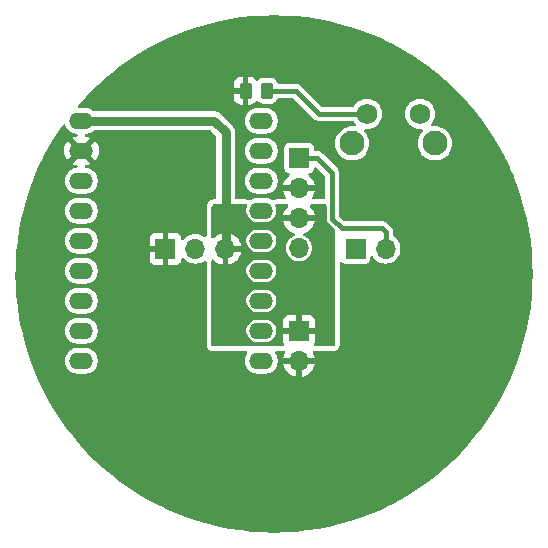
<source format=gtl>
G04 #@! TF.GenerationSoftware,KiCad,Pcbnew,8.0.6*
G04 #@! TF.CreationDate,2024-11-23T11:54:57+01:00*
G04 #@! TF.ProjectId,ChristmasTreeBrain,43687269-7374-46d6-9173-547265654272,rev?*
G04 #@! TF.SameCoordinates,Original*
G04 #@! TF.FileFunction,Copper,L1,Top*
G04 #@! TF.FilePolarity,Positive*
%FSLAX46Y46*%
G04 Gerber Fmt 4.6, Leading zero omitted, Abs format (unit mm)*
G04 Created by KiCad (PCBNEW 8.0.6) date 2024-11-23 11:54:57*
%MOMM*%
%LPD*%
G01*
G04 APERTURE LIST*
G04 Aperture macros list*
%AMRoundRect*
0 Rectangle with rounded corners*
0 $1 Rounding radius*
0 $2 $3 $4 $5 $6 $7 $8 $9 X,Y pos of 4 corners*
0 Add a 4 corners polygon primitive as box body*
4,1,4,$2,$3,$4,$5,$6,$7,$8,$9,$2,$3,0*
0 Add four circle primitives for the rounded corners*
1,1,$1+$1,$2,$3*
1,1,$1+$1,$4,$5*
1,1,$1+$1,$6,$7*
1,1,$1+$1,$8,$9*
0 Add four rect primitives between the rounded corners*
20,1,$1+$1,$2,$3,$4,$5,0*
20,1,$1+$1,$4,$5,$6,$7,0*
20,1,$1+$1,$6,$7,$8,$9,0*
20,1,$1+$1,$8,$9,$2,$3,0*%
G04 Aperture macros list end*
G04 #@! TA.AperFunction,ComponentPad*
%ADD10C,2.100000*%
G04 #@! TD*
G04 #@! TA.AperFunction,ComponentPad*
%ADD11C,1.750000*%
G04 #@! TD*
G04 #@! TA.AperFunction,ComponentPad*
%ADD12O,2.000000X1.400000*%
G04 #@! TD*
G04 #@! TA.AperFunction,SMDPad,CuDef*
%ADD13RoundRect,0.250000X0.262500X0.450000X-0.262500X0.450000X-0.262500X-0.450000X0.262500X-0.450000X0*%
G04 #@! TD*
G04 #@! TA.AperFunction,ComponentPad*
%ADD14R,1.700000X1.700000*%
G04 #@! TD*
G04 #@! TA.AperFunction,ComponentPad*
%ADD15O,1.700000X1.700000*%
G04 #@! TD*
G04 #@! TA.AperFunction,Conductor*
%ADD16C,0.800000*%
G04 #@! TD*
G04 #@! TA.AperFunction,Conductor*
%ADD17C,0.400000*%
G04 #@! TD*
G04 APERTURE END LIST*
D10*
X206680000Y-48150000D03*
X213690000Y-48150000D03*
D11*
X207930000Y-45660000D03*
X212430000Y-45660000D03*
D12*
X183740000Y-46240000D03*
X183740000Y-48780000D03*
X183740000Y-51320000D03*
X183740000Y-53860000D03*
X183740000Y-56400000D03*
X183740000Y-58940000D03*
X183740000Y-61480000D03*
X183740000Y-64020000D03*
X183740000Y-66560000D03*
X198980000Y-66560000D03*
X198980000Y-64020000D03*
X198980000Y-61480000D03*
X198980000Y-58940000D03*
X198980000Y-56400000D03*
X198980000Y-53860000D03*
X198980000Y-51320000D03*
X198980000Y-48780000D03*
X198980000Y-46240000D03*
D13*
X199472500Y-43700000D03*
X197647500Y-43700000D03*
D14*
X202187686Y-49392309D03*
D15*
X202187686Y-51932309D03*
X202187686Y-54472309D03*
X202187686Y-57012309D03*
D14*
X190869995Y-57080000D03*
D15*
X193409995Y-57080000D03*
X195949995Y-57080000D03*
D14*
X202187686Y-64042309D03*
D15*
X202187686Y-66582309D03*
D14*
X206964995Y-57080000D03*
D15*
X209504995Y-57080000D03*
D16*
X195970000Y-47210000D02*
X195970000Y-57059995D01*
X183740000Y-46240000D02*
X195000000Y-46240000D01*
X195000000Y-46240000D02*
X195970000Y-47210000D01*
D17*
X203840000Y-45660000D02*
X207930000Y-45660000D01*
X202255377Y-57080000D02*
X202187686Y-57012309D01*
X205790000Y-55350000D02*
X209230000Y-55350000D01*
X204960000Y-50650000D02*
X204960000Y-54520000D01*
X204960000Y-54520000D02*
X205790000Y-55350000D01*
X209540000Y-55660000D02*
X209540000Y-57044995D01*
X209230000Y-55350000D02*
X209540000Y-55660000D01*
X203702309Y-49392309D02*
X204960000Y-50650000D01*
X202187686Y-49392309D02*
X203702309Y-49392309D01*
X209540000Y-57044995D02*
X209504995Y-57080000D01*
X191530000Y-68760000D02*
X190869995Y-68099995D01*
X202187686Y-66582309D02*
X202187686Y-68362314D01*
X190869995Y-68099995D02*
X190869995Y-57080000D01*
X201790000Y-68760000D02*
X191530000Y-68760000D01*
X202187686Y-68362314D02*
X201790000Y-68760000D01*
X202169995Y-54490000D02*
X202187686Y-54472309D01*
X201880000Y-43700000D02*
X203840000Y-45660000D01*
X199472500Y-43700000D02*
X201880000Y-43700000D01*
G04 #@! TA.AperFunction,Conductor*
G36*
X200991841Y-37330176D02*
G01*
X200997016Y-37330396D01*
X201919607Y-37389227D01*
X201924824Y-37389671D01*
X202844029Y-37487599D01*
X202849184Y-37488258D01*
X203763470Y-37625120D01*
X203768595Y-37625999D01*
X204676224Y-37801536D01*
X204681292Y-37802628D01*
X205580658Y-38016528D01*
X205585685Y-38017837D01*
X206475182Y-38269721D01*
X206480157Y-38271246D01*
X207358090Y-38560629D01*
X207363025Y-38562372D01*
X208227952Y-38888781D01*
X208232764Y-38890715D01*
X209083025Y-39253525D01*
X209087775Y-39255672D01*
X209921858Y-39654233D01*
X209926558Y-39656603D01*
X210742951Y-40090193D01*
X210747546Y-40092760D01*
X211109185Y-40304978D01*
X211544804Y-40560610D01*
X211549261Y-40563354D01*
X212171692Y-40965065D01*
X212325963Y-41064630D01*
X212330324Y-41067578D01*
X213085020Y-41601345D01*
X213089252Y-41604475D01*
X213820616Y-42169792D01*
X213824711Y-42173099D01*
X214531428Y-42768951D01*
X214535380Y-42772429D01*
X215216188Y-43397754D01*
X215219988Y-43401396D01*
X215873603Y-44055011D01*
X215877245Y-44058811D01*
X216502570Y-44739619D01*
X216506048Y-44743571D01*
X217101900Y-45450288D01*
X217105207Y-45454383D01*
X217670524Y-46185747D01*
X217673654Y-46189979D01*
X218207421Y-46944675D01*
X218210369Y-46949036D01*
X218711637Y-47725725D01*
X218714397Y-47730208D01*
X219182239Y-48527453D01*
X219184806Y-48532048D01*
X219618396Y-49348441D01*
X219620766Y-49353141D01*
X219689474Y-49496928D01*
X220017342Y-50183070D01*
X220019312Y-50187191D01*
X220021480Y-50191988D01*
X220067624Y-50300128D01*
X220344968Y-50950097D01*
X220384269Y-51042199D01*
X220386227Y-51047071D01*
X220391974Y-51062299D01*
X220712622Y-51911960D01*
X220714375Y-51916924D01*
X221003744Y-52794813D01*
X221005286Y-52799846D01*
X221257153Y-53689281D01*
X221258478Y-53694374D01*
X221437639Y-54447674D01*
X221472362Y-54593668D01*
X221473471Y-54598814D01*
X221648994Y-55506372D01*
X221649884Y-55511560D01*
X221786736Y-56425782D01*
X221787404Y-56431003D01*
X221885326Y-57350161D01*
X221885773Y-57355406D01*
X221944601Y-58277941D01*
X221944824Y-58283200D01*
X221964444Y-59207368D01*
X221964444Y-59212632D01*
X221944824Y-60136799D01*
X221944601Y-60142058D01*
X221885773Y-61064593D01*
X221885326Y-61069838D01*
X221787404Y-61988996D01*
X221786736Y-61994217D01*
X221649884Y-62908439D01*
X221648994Y-62913627D01*
X221473471Y-63821185D01*
X221472362Y-63826331D01*
X221258479Y-64725624D01*
X221257153Y-64730718D01*
X221005286Y-65620153D01*
X221003744Y-65625186D01*
X220714375Y-66503075D01*
X220712622Y-66508039D01*
X220386232Y-67372916D01*
X220384269Y-67377800D01*
X220021480Y-68228011D01*
X220019312Y-68232808D01*
X219620766Y-69066858D01*
X219618396Y-69071558D01*
X219184806Y-69887951D01*
X219182239Y-69892546D01*
X218714397Y-70689791D01*
X218711637Y-70694274D01*
X218210369Y-71470963D01*
X218207421Y-71475324D01*
X217673654Y-72230020D01*
X217670524Y-72234252D01*
X217105207Y-72965616D01*
X217101900Y-72969711D01*
X216506048Y-73676428D01*
X216502570Y-73680380D01*
X215877245Y-74361188D01*
X215873603Y-74364988D01*
X215219988Y-75018603D01*
X215216188Y-75022245D01*
X214535380Y-75647570D01*
X214531428Y-75651048D01*
X213824711Y-76246900D01*
X213820616Y-76250207D01*
X213089252Y-76815524D01*
X213085020Y-76818654D01*
X212330324Y-77352421D01*
X212325963Y-77355369D01*
X211549274Y-77856637D01*
X211544791Y-77859397D01*
X210747546Y-78327239D01*
X210742951Y-78329806D01*
X209926558Y-78763396D01*
X209921858Y-78765766D01*
X209087808Y-79164312D01*
X209083011Y-79166480D01*
X208232800Y-79529269D01*
X208227916Y-79531232D01*
X207363039Y-79857622D01*
X207358075Y-79859375D01*
X206480186Y-80148744D01*
X206475153Y-80150286D01*
X205585718Y-80402153D01*
X205580624Y-80403479D01*
X204681331Y-80617362D01*
X204676185Y-80618471D01*
X203768627Y-80793994D01*
X203763439Y-80794884D01*
X202849217Y-80931736D01*
X202843996Y-80932404D01*
X201924838Y-81030326D01*
X201919593Y-81030773D01*
X200997058Y-81089601D01*
X200991799Y-81089824D01*
X200067632Y-81109444D01*
X200062368Y-81109444D01*
X199138200Y-81089824D01*
X199132941Y-81089601D01*
X198210406Y-81030773D01*
X198205161Y-81030326D01*
X197286003Y-80932404D01*
X197280782Y-80931736D01*
X196366560Y-80794884D01*
X196361372Y-80793994D01*
X195453814Y-80618471D01*
X195448668Y-80617362D01*
X194549375Y-80403479D01*
X194544281Y-80402153D01*
X193654846Y-80150286D01*
X193649813Y-80148744D01*
X192771924Y-79859375D01*
X192766960Y-79857622D01*
X192320157Y-79689006D01*
X191902071Y-79531227D01*
X191897211Y-79529274D01*
X191046988Y-79166480D01*
X191042203Y-79164317D01*
X190625166Y-78965039D01*
X190208141Y-78765766D01*
X190203441Y-78763396D01*
X189387048Y-78329806D01*
X189382453Y-78327239D01*
X188585208Y-77859397D01*
X188580725Y-77856637D01*
X187804036Y-77355369D01*
X187799675Y-77352421D01*
X187044979Y-76818654D01*
X187040747Y-76815524D01*
X186309383Y-76250207D01*
X186305288Y-76246900D01*
X185598571Y-75651048D01*
X185594619Y-75647570D01*
X184913811Y-75022245D01*
X184910011Y-75018603D01*
X184256396Y-74364988D01*
X184252754Y-74361188D01*
X183627429Y-73680380D01*
X183623951Y-73676428D01*
X183028099Y-72969711D01*
X183024792Y-72965616D01*
X182459475Y-72234252D01*
X182456345Y-72230020D01*
X181922578Y-71475324D01*
X181919630Y-71470963D01*
X181418362Y-70694274D01*
X181415602Y-70689791D01*
X180947760Y-69892546D01*
X180945193Y-69887951D01*
X180511603Y-69071558D01*
X180509233Y-69066858D01*
X180251034Y-68526516D01*
X180110672Y-68232775D01*
X180108519Y-68228011D01*
X179745715Y-67377764D01*
X179743781Y-67372952D01*
X179417372Y-66508025D01*
X179415624Y-66503075D01*
X179405839Y-66473389D01*
X182339500Y-66473389D01*
X182339500Y-66646611D01*
X182347677Y-66698239D01*
X182359882Y-66775302D01*
X182366598Y-66817701D01*
X182420127Y-66982445D01*
X182498768Y-67136788D01*
X182600586Y-67276928D01*
X182723072Y-67399414D01*
X182863212Y-67501232D01*
X183017555Y-67579873D01*
X183182299Y-67633402D01*
X183353389Y-67660500D01*
X183353390Y-67660500D01*
X184126610Y-67660500D01*
X184126611Y-67660500D01*
X184297701Y-67633402D01*
X184462445Y-67579873D01*
X184616788Y-67501232D01*
X184756928Y-67399414D01*
X184879414Y-67276928D01*
X184981232Y-67136788D01*
X185059873Y-66982445D01*
X185113402Y-66817701D01*
X185140500Y-66646611D01*
X185140500Y-66473389D01*
X185113402Y-66302299D01*
X185059873Y-66137555D01*
X184981232Y-65983212D01*
X184879414Y-65843072D01*
X184756928Y-65720586D01*
X184616788Y-65618768D01*
X184462445Y-65540127D01*
X184297701Y-65486598D01*
X184297699Y-65486597D01*
X184297698Y-65486597D01*
X184166271Y-65465781D01*
X184126611Y-65459500D01*
X183353389Y-65459500D01*
X183313728Y-65465781D01*
X183182302Y-65486597D01*
X183182299Y-65486598D01*
X183070085Y-65523059D01*
X183017552Y-65540128D01*
X182863211Y-65618768D01*
X182784249Y-65676138D01*
X182723072Y-65720586D01*
X182723070Y-65720588D01*
X182723069Y-65720588D01*
X182600588Y-65843069D01*
X182600588Y-65843070D01*
X182600586Y-65843072D01*
X182575829Y-65877147D01*
X182498768Y-65983211D01*
X182420128Y-66137552D01*
X182366597Y-66302302D01*
X182352816Y-66389316D01*
X182339500Y-66473389D01*
X179405839Y-66473389D01*
X179378127Y-66389316D01*
X179126246Y-65625157D01*
X179124721Y-65620182D01*
X178872837Y-64730685D01*
X178871528Y-64725658D01*
X178683099Y-63933389D01*
X182339500Y-63933389D01*
X182339500Y-64106611D01*
X182366598Y-64277701D01*
X182420127Y-64442445D01*
X182498768Y-64596788D01*
X182600586Y-64736928D01*
X182723072Y-64859414D01*
X182863212Y-64961232D01*
X183017555Y-65039873D01*
X183182299Y-65093402D01*
X183353389Y-65120500D01*
X183353390Y-65120500D01*
X184126610Y-65120500D01*
X184126611Y-65120500D01*
X184297701Y-65093402D01*
X184462445Y-65039873D01*
X184616788Y-64961232D01*
X184756928Y-64859414D01*
X184879414Y-64736928D01*
X184981232Y-64596788D01*
X185059873Y-64442445D01*
X185113402Y-64277701D01*
X185140500Y-64106611D01*
X185140500Y-63933389D01*
X185113402Y-63762299D01*
X185059873Y-63597555D01*
X184981232Y-63443212D01*
X184879414Y-63303072D01*
X184756928Y-63180586D01*
X184616788Y-63078768D01*
X184462445Y-63000127D01*
X184297701Y-62946598D01*
X184297699Y-62946597D01*
X184297698Y-62946597D01*
X184166271Y-62925781D01*
X184126611Y-62919500D01*
X183353389Y-62919500D01*
X183313728Y-62925781D01*
X183182302Y-62946597D01*
X183017552Y-63000128D01*
X182863211Y-63078768D01*
X182783256Y-63136859D01*
X182723072Y-63180586D01*
X182723070Y-63180588D01*
X182723069Y-63180588D01*
X182600588Y-63303069D01*
X182600588Y-63303070D01*
X182600586Y-63303072D01*
X182556859Y-63363256D01*
X182498768Y-63443211D01*
X182420128Y-63597552D01*
X182366597Y-63762302D01*
X182356456Y-63826331D01*
X182339500Y-63933389D01*
X178683099Y-63933389D01*
X178657628Y-63826292D01*
X178656536Y-63821224D01*
X178480999Y-62913595D01*
X178480120Y-62908470D01*
X178343258Y-61994184D01*
X178342599Y-61989029D01*
X178279142Y-61393389D01*
X182339500Y-61393389D01*
X182339500Y-61566611D01*
X182366598Y-61737701D01*
X182420127Y-61902445D01*
X182498768Y-62056788D01*
X182600586Y-62196928D01*
X182723072Y-62319414D01*
X182863212Y-62421232D01*
X183017555Y-62499873D01*
X183182299Y-62553402D01*
X183353389Y-62580500D01*
X183353390Y-62580500D01*
X184126610Y-62580500D01*
X184126611Y-62580500D01*
X184297701Y-62553402D01*
X184462445Y-62499873D01*
X184616788Y-62421232D01*
X184756928Y-62319414D01*
X184879414Y-62196928D01*
X184981232Y-62056788D01*
X185059873Y-61902445D01*
X185113402Y-61737701D01*
X185140500Y-61566611D01*
X185140500Y-61393389D01*
X185113402Y-61222299D01*
X185059873Y-61057555D01*
X184981232Y-60903212D01*
X184879414Y-60763072D01*
X184756928Y-60640586D01*
X184616788Y-60538768D01*
X184462445Y-60460127D01*
X184297701Y-60406598D01*
X184297699Y-60406597D01*
X184297698Y-60406597D01*
X184166271Y-60385781D01*
X184126611Y-60379500D01*
X183353389Y-60379500D01*
X183313728Y-60385781D01*
X183182302Y-60406597D01*
X183017552Y-60460128D01*
X182863211Y-60538768D01*
X182783256Y-60596859D01*
X182723072Y-60640586D01*
X182723070Y-60640588D01*
X182723069Y-60640588D01*
X182600588Y-60763069D01*
X182600588Y-60763070D01*
X182600586Y-60763072D01*
X182556859Y-60823256D01*
X182498768Y-60903211D01*
X182420128Y-61057552D01*
X182366597Y-61222302D01*
X182339500Y-61393389D01*
X178279142Y-61393389D01*
X178244671Y-61069824D01*
X178244226Y-61064593D01*
X178185396Y-60142016D01*
X178185176Y-60136841D01*
X178165555Y-59212590D01*
X178165555Y-59207409D01*
X178173070Y-58853389D01*
X182339500Y-58853389D01*
X182339500Y-59026611D01*
X182366598Y-59197701D01*
X182420127Y-59362445D01*
X182498768Y-59516788D01*
X182600586Y-59656928D01*
X182723072Y-59779414D01*
X182863212Y-59881232D01*
X183017555Y-59959873D01*
X183182299Y-60013402D01*
X183353389Y-60040500D01*
X183353390Y-60040500D01*
X184126610Y-60040500D01*
X184126611Y-60040500D01*
X184297701Y-60013402D01*
X184462445Y-59959873D01*
X184616788Y-59881232D01*
X184756928Y-59779414D01*
X184879414Y-59656928D01*
X184981232Y-59516788D01*
X185059873Y-59362445D01*
X185113402Y-59197701D01*
X185140500Y-59026611D01*
X185140500Y-58853389D01*
X185113402Y-58682299D01*
X185059873Y-58517555D01*
X184981232Y-58363212D01*
X184879414Y-58223072D01*
X184756928Y-58100586D01*
X184616788Y-57998768D01*
X184462445Y-57920127D01*
X184297701Y-57866598D01*
X184297699Y-57866597D01*
X184297698Y-57866597D01*
X184166271Y-57845781D01*
X184126611Y-57839500D01*
X183353389Y-57839500D01*
X183313728Y-57845781D01*
X183182302Y-57866597D01*
X183119887Y-57886877D01*
X183057125Y-57907270D01*
X183017552Y-57920128D01*
X182863211Y-57998768D01*
X182785401Y-58055301D01*
X182723072Y-58100586D01*
X182723070Y-58100588D01*
X182723069Y-58100588D01*
X182600588Y-58223069D01*
X182600588Y-58223070D01*
X182600586Y-58223072D01*
X182560721Y-58277941D01*
X182498768Y-58363211D01*
X182420128Y-58517552D01*
X182366597Y-58682302D01*
X182339500Y-58853389D01*
X178173070Y-58853389D01*
X178185176Y-58283155D01*
X178185396Y-58277985D01*
X178244227Y-57355388D01*
X178244673Y-57350161D01*
X178342599Y-56430965D01*
X178343257Y-56425821D01*
X178360087Y-56313389D01*
X182339500Y-56313389D01*
X182339500Y-56486610D01*
X182365485Y-56650677D01*
X182366598Y-56657701D01*
X182420127Y-56822445D01*
X182498768Y-56976788D01*
X182600586Y-57116928D01*
X182723072Y-57239414D01*
X182863212Y-57341232D01*
X183017555Y-57419873D01*
X183182299Y-57473402D01*
X183353389Y-57500500D01*
X183353390Y-57500500D01*
X184126610Y-57500500D01*
X184126611Y-57500500D01*
X184297701Y-57473402D01*
X184462445Y-57419873D01*
X184616788Y-57341232D01*
X184756928Y-57239414D01*
X184879414Y-57116928D01*
X184981232Y-56976788D01*
X185059873Y-56822445D01*
X185113402Y-56657701D01*
X185140500Y-56486611D01*
X185140500Y-56313389D01*
X185113402Y-56142299D01*
X185059873Y-55977555D01*
X184981232Y-55823212D01*
X184879414Y-55683072D01*
X184756928Y-55560586D01*
X184616788Y-55458768D01*
X184462445Y-55380127D01*
X184297701Y-55326598D01*
X184297699Y-55326597D01*
X184297698Y-55326597D01*
X184166271Y-55305781D01*
X184126611Y-55299500D01*
X183353389Y-55299500D01*
X183313728Y-55305781D01*
X183182302Y-55326597D01*
X183017552Y-55380128D01*
X182863211Y-55458768D01*
X182797691Y-55506372D01*
X182723072Y-55560586D01*
X182723069Y-55560588D01*
X182600588Y-55683069D01*
X182600588Y-55683070D01*
X182600586Y-55683072D01*
X182566491Y-55730000D01*
X182498768Y-55823211D01*
X182420128Y-55977552D01*
X182366597Y-56142302D01*
X182339500Y-56313389D01*
X178360087Y-56313389D01*
X178480121Y-55511521D01*
X178480998Y-55506412D01*
X178656538Y-54598766D01*
X178657626Y-54593717D01*
X178852728Y-53773389D01*
X182339500Y-53773389D01*
X182339500Y-53946611D01*
X182366598Y-54117701D01*
X182420127Y-54282445D01*
X182498768Y-54436788D01*
X182600586Y-54576928D01*
X182723072Y-54699414D01*
X182863212Y-54801232D01*
X183017555Y-54879873D01*
X183182299Y-54933402D01*
X183353389Y-54960500D01*
X183353390Y-54960500D01*
X184126610Y-54960500D01*
X184126611Y-54960500D01*
X184297701Y-54933402D01*
X184462445Y-54879873D01*
X184616788Y-54801232D01*
X184756928Y-54699414D01*
X184879414Y-54576928D01*
X184981232Y-54436788D01*
X185059873Y-54282445D01*
X185113402Y-54117701D01*
X185140500Y-53946611D01*
X185140500Y-53773389D01*
X185113402Y-53602299D01*
X185059873Y-53437555D01*
X184981232Y-53283212D01*
X184879414Y-53143072D01*
X184756928Y-53020586D01*
X184616788Y-52918768D01*
X184462445Y-52840127D01*
X184297701Y-52786598D01*
X184297699Y-52786597D01*
X184297698Y-52786597D01*
X184147781Y-52762853D01*
X184126611Y-52759500D01*
X183353389Y-52759500D01*
X183332219Y-52762853D01*
X183182302Y-52786597D01*
X183017552Y-52840128D01*
X182863211Y-52918768D01*
X182784684Y-52975822D01*
X182723072Y-53020586D01*
X182723070Y-53020588D01*
X182723069Y-53020588D01*
X182600588Y-53143069D01*
X182600588Y-53143070D01*
X182600586Y-53143072D01*
X182581568Y-53169248D01*
X182498768Y-53283211D01*
X182420128Y-53437552D01*
X182366597Y-53602302D01*
X182339500Y-53773389D01*
X178852728Y-53773389D01*
X178871531Y-53694330D01*
X178872834Y-53689325D01*
X179124725Y-52799804D01*
X179126241Y-52794855D01*
X179415634Y-51916894D01*
X179417366Y-51911989D01*
X179743787Y-51047030D01*
X179745708Y-51042252D01*
X180108533Y-50191956D01*
X180110664Y-50187241D01*
X180509246Y-49353114D01*
X180511603Y-49348441D01*
X180945197Y-48532039D01*
X180947760Y-48527453D01*
X180950783Y-48522302D01*
X181415622Y-47730174D01*
X181418340Y-47725759D01*
X181919656Y-46948995D01*
X181922550Y-46944714D01*
X182183573Y-46575651D01*
X182238354Y-46532286D01*
X182307885Y-46525421D01*
X182370091Y-46557237D01*
X182402741Y-46608936D01*
X182420128Y-46662449D01*
X182474334Y-46768834D01*
X182498768Y-46816788D01*
X182600586Y-46956928D01*
X182723072Y-47079414D01*
X182863212Y-47181232D01*
X183017555Y-47259873D01*
X183182299Y-47313402D01*
X183182302Y-47313402D01*
X183182303Y-47313403D01*
X183281615Y-47329132D01*
X183332277Y-47337156D01*
X183395412Y-47367085D01*
X183432344Y-47426396D01*
X183431346Y-47496259D01*
X183392737Y-47554492D01*
X183332279Y-47582102D01*
X183158997Y-47609548D01*
X182980952Y-47667397D01*
X182980952Y-47667398D01*
X183610591Y-48297037D01*
X183547007Y-48314075D01*
X183432993Y-48379901D01*
X183339901Y-48472993D01*
X183274075Y-48587007D01*
X183257037Y-48650590D01*
X182564695Y-47958248D01*
X182524689Y-47998253D01*
X182524685Y-47998258D01*
X182413670Y-48151059D01*
X182327914Y-48319362D01*
X182269548Y-48498997D01*
X182240000Y-48685552D01*
X182240000Y-48874447D01*
X182269548Y-49061002D01*
X182327914Y-49240637D01*
X182413670Y-49408940D01*
X182524685Y-49561741D01*
X182524689Y-49561746D01*
X182564695Y-49601752D01*
X183257037Y-48909409D01*
X183274075Y-48972993D01*
X183339901Y-49087007D01*
X183432993Y-49180099D01*
X183547007Y-49245925D01*
X183610590Y-49262962D01*
X182980951Y-49892601D01*
X183158996Y-49950451D01*
X183332278Y-49977897D01*
X183395413Y-50007826D01*
X183432344Y-50067138D01*
X183431346Y-50137000D01*
X183392736Y-50195233D01*
X183332278Y-50222843D01*
X183182302Y-50246597D01*
X183182299Y-50246598D01*
X183075554Y-50281282D01*
X183017552Y-50300128D01*
X182863211Y-50378768D01*
X182783256Y-50436859D01*
X182723072Y-50480586D01*
X182723070Y-50480588D01*
X182723069Y-50480588D01*
X182600588Y-50603069D01*
X182600588Y-50603070D01*
X182600586Y-50603072D01*
X182582507Y-50627956D01*
X182498768Y-50743211D01*
X182420128Y-50897552D01*
X182366597Y-51062302D01*
X182339500Y-51233389D01*
X182339500Y-51406611D01*
X182366598Y-51577701D01*
X182420127Y-51742445D01*
X182498768Y-51896788D01*
X182600586Y-52036928D01*
X182723072Y-52159414D01*
X182863212Y-52261232D01*
X183017555Y-52339873D01*
X183182299Y-52393402D01*
X183353389Y-52420500D01*
X183353390Y-52420500D01*
X184126610Y-52420500D01*
X184126611Y-52420500D01*
X184297701Y-52393402D01*
X184462445Y-52339873D01*
X184616788Y-52261232D01*
X184756928Y-52159414D01*
X184879414Y-52036928D01*
X184981232Y-51896788D01*
X185059873Y-51742445D01*
X185113402Y-51577701D01*
X185140500Y-51406611D01*
X185140500Y-51233389D01*
X185113402Y-51062299D01*
X185059873Y-50897555D01*
X184981232Y-50743212D01*
X184879414Y-50603072D01*
X184756928Y-50480586D01*
X184616788Y-50378768D01*
X184462445Y-50300127D01*
X184297701Y-50246598D01*
X184297699Y-50246597D01*
X184297697Y-50246597D01*
X184147721Y-50222843D01*
X184084586Y-50192914D01*
X184047655Y-50133602D01*
X184048653Y-50063740D01*
X184087263Y-50005507D01*
X184147721Y-49977897D01*
X184320997Y-49950452D01*
X184320998Y-49950452D01*
X184499047Y-49892601D01*
X183869410Y-49262962D01*
X183932993Y-49245925D01*
X184047007Y-49180099D01*
X184140099Y-49087007D01*
X184205925Y-48972993D01*
X184222962Y-48909409D01*
X184915305Y-49601752D01*
X184955310Y-49561746D01*
X184955314Y-49561741D01*
X185066329Y-49408940D01*
X185152085Y-49240637D01*
X185210451Y-49061002D01*
X185240000Y-48874447D01*
X185240000Y-48685552D01*
X185210451Y-48498997D01*
X185152085Y-48319362D01*
X185066329Y-48151059D01*
X184955314Y-47998258D01*
X184955310Y-47998253D01*
X184915305Y-47958248D01*
X184222962Y-48650590D01*
X184205925Y-48587007D01*
X184140099Y-48472993D01*
X184047007Y-48379901D01*
X183932993Y-48314075D01*
X183869409Y-48297037D01*
X184499046Y-47667398D01*
X184499046Y-47667397D01*
X184321002Y-47609548D01*
X184147720Y-47582102D01*
X184084586Y-47552172D01*
X184047655Y-47492861D01*
X184048653Y-47422998D01*
X184087263Y-47364766D01*
X184147720Y-47337156D01*
X184241306Y-47322334D01*
X184297696Y-47313403D01*
X184297696Y-47313402D01*
X184297701Y-47313402D01*
X184462445Y-47259873D01*
X184616788Y-47181232D01*
X184756928Y-47079414D01*
X184759523Y-47076819D01*
X184820846Y-47043334D01*
X184847204Y-47040500D01*
X194617060Y-47040500D01*
X194684099Y-47060185D01*
X194704741Y-47076819D01*
X195133181Y-47505259D01*
X195166666Y-47566582D01*
X195169500Y-47592940D01*
X195169500Y-52780500D01*
X195149815Y-52847539D01*
X195097011Y-52893294D01*
X195045500Y-52904500D01*
X194951361Y-52904500D01*
X194908003Y-52906824D01*
X194881648Y-52909658D01*
X194850162Y-52914299D01*
X194776419Y-52940611D01*
X194730668Y-52956935D01*
X194730666Y-52956935D01*
X194730663Y-52956937D01*
X194669350Y-52990416D01*
X194669342Y-52990421D01*
X194576956Y-53059580D01*
X194576946Y-53059589D01*
X194499582Y-53136954D01*
X194499553Y-53136985D01*
X194470580Y-53169241D01*
X194470574Y-53169248D01*
X194453951Y-53189877D01*
X194434957Y-53215440D01*
X194380612Y-53330072D01*
X194360926Y-53397114D01*
X194360924Y-53397122D01*
X194344500Y-53511361D01*
X194344500Y-55969566D01*
X194324815Y-56036605D01*
X194272011Y-56082360D01*
X194202853Y-56092304D01*
X194149377Y-56071141D01*
X194037638Y-55992900D01*
X194037634Y-55992898D01*
X193975490Y-55963920D01*
X193839325Y-55900425D01*
X193839321Y-55900424D01*
X193839317Y-55900422D01*
X193627972Y-55843793D01*
X193409997Y-55824723D01*
X193409993Y-55824723D01*
X193264677Y-55837436D01*
X193192018Y-55843793D01*
X193192015Y-55843793D01*
X192980672Y-55900422D01*
X192980663Y-55900426D01*
X192782356Y-55992898D01*
X192782352Y-55992900D01*
X192603116Y-56118402D01*
X192448398Y-56273120D01*
X192445567Y-56277164D01*
X192390988Y-56320786D01*
X192321489Y-56327977D01*
X192259136Y-56296451D01*
X192223725Y-56236220D01*
X192219995Y-56206036D01*
X192219995Y-56182172D01*
X192219994Y-56182155D01*
X192213593Y-56122627D01*
X192213591Y-56122620D01*
X192163349Y-55987913D01*
X192163345Y-55987906D01*
X192077185Y-55872812D01*
X192077182Y-55872809D01*
X191962088Y-55786649D01*
X191962081Y-55786645D01*
X191827374Y-55736403D01*
X191827367Y-55736401D01*
X191767839Y-55730000D01*
X191119995Y-55730000D01*
X191119995Y-56646988D01*
X191062988Y-56614075D01*
X190935821Y-56580000D01*
X190804169Y-56580000D01*
X190677002Y-56614075D01*
X190619995Y-56646988D01*
X190619995Y-55730000D01*
X189972150Y-55730000D01*
X189912622Y-55736401D01*
X189912615Y-55736403D01*
X189777908Y-55786645D01*
X189777901Y-55786649D01*
X189662807Y-55872809D01*
X189662804Y-55872812D01*
X189576644Y-55987906D01*
X189576640Y-55987913D01*
X189526398Y-56122620D01*
X189526396Y-56122627D01*
X189519995Y-56182155D01*
X189519995Y-56830000D01*
X190436983Y-56830000D01*
X190404070Y-56887007D01*
X190369995Y-57014174D01*
X190369995Y-57145826D01*
X190404070Y-57272993D01*
X190436983Y-57330000D01*
X189519995Y-57330000D01*
X189519995Y-57977844D01*
X189526396Y-58037372D01*
X189526398Y-58037379D01*
X189576640Y-58172086D01*
X189576644Y-58172093D01*
X189662804Y-58287187D01*
X189662807Y-58287190D01*
X189777901Y-58373350D01*
X189777908Y-58373354D01*
X189912615Y-58423596D01*
X189912622Y-58423598D01*
X189972150Y-58429999D01*
X189972167Y-58430000D01*
X190619995Y-58430000D01*
X190619995Y-57513012D01*
X190677002Y-57545925D01*
X190804169Y-57580000D01*
X190935821Y-57580000D01*
X191062988Y-57545925D01*
X191119995Y-57513012D01*
X191119995Y-58430000D01*
X191767823Y-58430000D01*
X191767839Y-58429999D01*
X191827367Y-58423598D01*
X191827374Y-58423596D01*
X191962081Y-58373354D01*
X191962088Y-58373350D01*
X192077182Y-58287190D01*
X192077185Y-58287187D01*
X192163345Y-58172093D01*
X192163349Y-58172086D01*
X192213591Y-58037379D01*
X192213593Y-58037372D01*
X192219994Y-57977844D01*
X192219995Y-57977827D01*
X192219995Y-57953961D01*
X192239680Y-57886922D01*
X192292484Y-57841167D01*
X192361642Y-57831223D01*
X192425198Y-57860248D01*
X192445566Y-57882835D01*
X192448397Y-57886877D01*
X192603118Y-58041598D01*
X192782356Y-58167102D01*
X192980665Y-58259575D01*
X193192018Y-58316207D01*
X193374921Y-58332208D01*
X193409993Y-58335277D01*
X193409995Y-58335277D01*
X193409997Y-58335277D01*
X193438249Y-58332805D01*
X193627972Y-58316207D01*
X193839325Y-58259575D01*
X194037634Y-58167102D01*
X194149376Y-58088858D01*
X194215582Y-58066531D01*
X194283349Y-58083541D01*
X194331163Y-58134488D01*
X194344500Y-58190433D01*
X194344500Y-65206008D01*
X194353767Y-65292197D01*
X194364973Y-65343706D01*
X194364974Y-65343710D01*
X194387690Y-65415360D01*
X194387691Y-65415361D01*
X194387691Y-65415362D01*
X194454751Y-65523059D01*
X194500498Y-65575854D01*
X194500502Y-65575857D01*
X194500505Y-65575861D01*
X194578077Y-65645042D01*
X194578078Y-65645042D01*
X194578079Y-65645043D01*
X194692712Y-65699388D01*
X194692714Y-65699388D01*
X194692715Y-65699389D01*
X194759754Y-65719074D01*
X194759758Y-65719074D01*
X194759760Y-65719075D01*
X194770270Y-65720586D01*
X194874000Y-65735500D01*
X197675378Y-65735500D01*
X197742417Y-65755185D01*
X197788172Y-65807989D01*
X197798116Y-65877147D01*
X197775695Y-65932386D01*
X197738770Y-65983207D01*
X197660128Y-66137552D01*
X197606597Y-66302302D01*
X197592816Y-66389316D01*
X197579500Y-66473389D01*
X197579500Y-66646611D01*
X197587677Y-66698239D01*
X197599882Y-66775302D01*
X197606598Y-66817701D01*
X197660127Y-66982445D01*
X197738768Y-67136788D01*
X197840586Y-67276928D01*
X197963072Y-67399414D01*
X198103212Y-67501232D01*
X198257555Y-67579873D01*
X198422299Y-67633402D01*
X198593389Y-67660500D01*
X198593390Y-67660500D01*
X199366610Y-67660500D01*
X199366611Y-67660500D01*
X199537701Y-67633402D01*
X199702445Y-67579873D01*
X199856788Y-67501232D01*
X199996928Y-67399414D01*
X200119414Y-67276928D01*
X200221232Y-67136788D01*
X200299873Y-66982445D01*
X200353402Y-66817701D01*
X200380500Y-66646611D01*
X200380500Y-66473389D01*
X200353402Y-66302299D01*
X200299873Y-66137555D01*
X200221232Y-65983212D01*
X200221230Y-65983209D01*
X200221229Y-65983207D01*
X200184305Y-65932386D01*
X200160824Y-65866580D01*
X200176649Y-65798526D01*
X200226754Y-65749831D01*
X200284622Y-65735500D01*
X200793035Y-65735500D01*
X200793038Y-65735500D01*
X200793046Y-65735499D01*
X200889087Y-65723437D01*
X200958056Y-65734613D01*
X201010035Y-65781304D01*
X201028519Y-65848684D01*
X201014577Y-65898986D01*
X201016374Y-65899824D01*
X200914256Y-66118816D01*
X200914253Y-66118822D01*
X200857050Y-66332308D01*
X200857050Y-66332309D01*
X201754674Y-66332309D01*
X201721761Y-66389316D01*
X201687686Y-66516483D01*
X201687686Y-66648135D01*
X201721761Y-66775302D01*
X201754674Y-66832309D01*
X200857050Y-66832309D01*
X200914253Y-67045795D01*
X200914256Y-67045801D01*
X201014085Y-67259887D01*
X201149580Y-67453391D01*
X201316603Y-67620414D01*
X201510107Y-67755909D01*
X201724193Y-67855738D01*
X201724202Y-67855742D01*
X201937686Y-67912943D01*
X201937686Y-67015321D01*
X201994693Y-67048234D01*
X202121860Y-67082309D01*
X202253512Y-67082309D01*
X202380679Y-67048234D01*
X202437686Y-67015321D01*
X202437686Y-67912942D01*
X202651169Y-67855742D01*
X202651178Y-67855738D01*
X202865264Y-67755909D01*
X203058768Y-67620414D01*
X203225791Y-67453391D01*
X203361286Y-67259887D01*
X203461115Y-67045801D01*
X203461118Y-67045795D01*
X203518322Y-66832309D01*
X202620698Y-66832309D01*
X202653611Y-66775302D01*
X202687686Y-66648135D01*
X202687686Y-66516483D01*
X202653611Y-66389316D01*
X202620698Y-66332309D01*
X203518322Y-66332309D01*
X203518321Y-66332308D01*
X203461118Y-66118822D01*
X203461115Y-66118816D01*
X203358998Y-65899824D01*
X203360542Y-65899103D01*
X203345886Y-65838685D01*
X203368739Y-65772658D01*
X203423661Y-65729469D01*
X203487390Y-65721849D01*
X203582334Y-65735500D01*
X203582337Y-65735500D01*
X205075991Y-65735500D01*
X205076000Y-65735500D01*
X205162199Y-65726232D01*
X205213710Y-65715026D01*
X205285360Y-65692310D01*
X205393057Y-65625250D01*
X205445861Y-65579495D01*
X205515042Y-65501923D01*
X205569389Y-65387285D01*
X205589074Y-65320246D01*
X205605500Y-65206000D01*
X205605500Y-58286260D01*
X205625185Y-58219221D01*
X205677989Y-58173466D01*
X205747147Y-58163522D01*
X205810703Y-58192547D01*
X205817181Y-58198579D01*
X205876647Y-58258045D01*
X205876649Y-58258046D01*
X205876653Y-58258050D01*
X205989689Y-58315645D01*
X205989693Y-58315647D01*
X206083470Y-58330499D01*
X206083476Y-58330500D01*
X207846513Y-58330499D01*
X207940299Y-58315646D01*
X208053337Y-58258050D01*
X208143045Y-58168342D01*
X208200641Y-58055304D01*
X208200641Y-58055302D01*
X208200642Y-58055301D01*
X208215494Y-57961524D01*
X208215495Y-57961519D01*
X208215494Y-57811859D01*
X208235178Y-57744823D01*
X208287982Y-57699068D01*
X208357140Y-57689124D01*
X208420696Y-57718149D01*
X208441068Y-57740738D01*
X208510223Y-57839500D01*
X208543397Y-57886877D01*
X208698118Y-58041598D01*
X208877356Y-58167102D01*
X209075665Y-58259575D01*
X209287018Y-58316207D01*
X209469921Y-58332208D01*
X209504993Y-58335277D01*
X209504995Y-58335277D01*
X209504997Y-58335277D01*
X209533249Y-58332805D01*
X209722972Y-58316207D01*
X209934325Y-58259575D01*
X210132634Y-58167102D01*
X210311872Y-58041598D01*
X210466593Y-57886877D01*
X210592097Y-57707639D01*
X210684570Y-57509330D01*
X210741202Y-57297977D01*
X210760272Y-57080000D01*
X210741202Y-56862023D01*
X210706543Y-56732675D01*
X210684572Y-56650677D01*
X210684571Y-56650676D01*
X210684570Y-56650670D01*
X210592097Y-56452362D01*
X210592095Y-56452359D01*
X210592094Y-56452357D01*
X210466594Y-56273124D01*
X210391951Y-56198481D01*
X210311872Y-56118402D01*
X210311867Y-56118399D01*
X210311864Y-56118396D01*
X210193376Y-56035428D01*
X210149751Y-55980851D01*
X210140500Y-55933854D01*
X210140500Y-55580945D01*
X210140498Y-55580936D01*
X210135046Y-55560586D01*
X210099577Y-55428215D01*
X210025263Y-55299500D01*
X210020520Y-55291284D01*
X209908716Y-55179480D01*
X209908715Y-55179479D01*
X209904385Y-55175149D01*
X209904374Y-55175139D01*
X209717590Y-54988355D01*
X209717588Y-54988352D01*
X209598717Y-54869481D01*
X209598716Y-54869480D01*
X209511904Y-54819360D01*
X209511904Y-54819359D01*
X209511900Y-54819358D01*
X209461785Y-54790423D01*
X209309057Y-54749499D01*
X209150943Y-54749499D01*
X209143347Y-54749499D01*
X209143331Y-54749500D01*
X206090097Y-54749500D01*
X206023058Y-54729815D01*
X206002416Y-54713181D01*
X205596819Y-54307584D01*
X205563334Y-54246261D01*
X205560500Y-54219903D01*
X205560500Y-50739060D01*
X205560501Y-50739047D01*
X205560501Y-50570944D01*
X205560501Y-50570943D01*
X205519577Y-50418216D01*
X205490362Y-50367613D01*
X205440524Y-50281290D01*
X205440518Y-50281282D01*
X204189899Y-49030664D01*
X204189897Y-49030661D01*
X204071026Y-48911790D01*
X204071018Y-48911784D01*
X203951408Y-48842728D01*
X203951405Y-48842727D01*
X203934094Y-48832732D01*
X203781366Y-48791808D01*
X203623252Y-48791808D01*
X203615656Y-48791808D01*
X203615640Y-48791809D01*
X203562185Y-48791809D01*
X203495146Y-48772124D01*
X203449391Y-48719320D01*
X203438185Y-48667809D01*
X203438185Y-48510791D01*
X203436317Y-48498997D01*
X203423332Y-48417005D01*
X203365736Y-48303967D01*
X203365732Y-48303963D01*
X203365731Y-48303961D01*
X203276033Y-48214263D01*
X203276030Y-48214261D01*
X203276028Y-48214259D01*
X203199203Y-48175114D01*
X203162987Y-48156661D01*
X203069210Y-48141809D01*
X201306168Y-48141809D01*
X201225205Y-48154632D01*
X201212382Y-48156663D01*
X201099344Y-48214259D01*
X201099343Y-48214260D01*
X201099338Y-48214263D01*
X201009640Y-48303961D01*
X201009637Y-48303966D01*
X200952038Y-48417007D01*
X200937186Y-48510784D01*
X200937186Y-50273826D01*
X200941352Y-50300127D01*
X200952040Y-50367613D01*
X201009636Y-50480651D01*
X201009638Y-50480653D01*
X201009640Y-50480656D01*
X201099338Y-50570354D01*
X201099340Y-50570355D01*
X201099344Y-50570359D01*
X201212382Y-50627955D01*
X201212383Y-50627955D01*
X201212385Y-50627956D01*
X201304341Y-50642520D01*
X201367476Y-50672449D01*
X201404408Y-50731760D01*
X201403410Y-50801622D01*
X201364801Y-50859855D01*
X201356069Y-50866567D01*
X201316610Y-50894196D01*
X201149577Y-51061229D01*
X201149572Y-51061235D01*
X201014086Y-51254729D01*
X201014085Y-51254731D01*
X200914256Y-51468816D01*
X200914253Y-51468822D01*
X200857050Y-51682308D01*
X200857050Y-51682309D01*
X201754674Y-51682309D01*
X201721761Y-51739316D01*
X201687686Y-51866483D01*
X201687686Y-51998135D01*
X201721761Y-52125302D01*
X201754674Y-52182309D01*
X200857050Y-52182309D01*
X200914253Y-52395795D01*
X200914256Y-52395801D01*
X201014085Y-52609887D01*
X201083749Y-52709376D01*
X201106076Y-52775582D01*
X201089066Y-52843350D01*
X201038118Y-52891163D01*
X200982174Y-52904500D01*
X200266559Y-52904500D01*
X200216030Y-52907662D01*
X200185397Y-52911510D01*
X200185345Y-52911518D01*
X200146895Y-52918242D01*
X200024470Y-52966915D01*
X200023805Y-52965244D01*
X199962546Y-52975822D01*
X199903842Y-52952954D01*
X199856798Y-52918775D01*
X199856789Y-52918769D01*
X199856790Y-52918769D01*
X199856788Y-52918768D01*
X199702445Y-52840127D01*
X199537701Y-52786598D01*
X199537699Y-52786597D01*
X199537698Y-52786597D01*
X199387781Y-52762853D01*
X199366611Y-52759500D01*
X198593389Y-52759500D01*
X198572219Y-52762853D01*
X198422302Y-52786597D01*
X198257552Y-52840128D01*
X198103206Y-52918771D01*
X198054312Y-52954294D01*
X197988506Y-52977773D01*
X197928311Y-52966022D01*
X197874711Y-52940611D01*
X197807671Y-52920926D01*
X197807663Y-52920924D01*
X197693424Y-52904500D01*
X196894500Y-52904500D01*
X196827461Y-52884815D01*
X196781706Y-52832011D01*
X196770500Y-52780500D01*
X196770500Y-51233389D01*
X197579500Y-51233389D01*
X197579500Y-51406611D01*
X197606598Y-51577701D01*
X197660127Y-51742445D01*
X197738768Y-51896788D01*
X197840586Y-52036928D01*
X197963072Y-52159414D01*
X198103212Y-52261232D01*
X198257555Y-52339873D01*
X198422299Y-52393402D01*
X198593389Y-52420500D01*
X198593390Y-52420500D01*
X199366610Y-52420500D01*
X199366611Y-52420500D01*
X199537701Y-52393402D01*
X199702445Y-52339873D01*
X199856788Y-52261232D01*
X199996928Y-52159414D01*
X200119414Y-52036928D01*
X200221232Y-51896788D01*
X200299873Y-51742445D01*
X200353402Y-51577701D01*
X200380500Y-51406611D01*
X200380500Y-51233389D01*
X200353402Y-51062299D01*
X200299873Y-50897555D01*
X200221232Y-50743212D01*
X200119414Y-50603072D01*
X199996928Y-50480586D01*
X199856788Y-50378768D01*
X199702445Y-50300127D01*
X199537701Y-50246598D01*
X199537699Y-50246597D01*
X199537698Y-50246597D01*
X199406271Y-50225781D01*
X199366611Y-50219500D01*
X198593389Y-50219500D01*
X198553728Y-50225781D01*
X198422302Y-50246597D01*
X198422299Y-50246598D01*
X198315554Y-50281282D01*
X198257552Y-50300128D01*
X198103211Y-50378768D01*
X198023256Y-50436859D01*
X197963072Y-50480586D01*
X197963070Y-50480588D01*
X197963069Y-50480588D01*
X197840588Y-50603069D01*
X197840588Y-50603070D01*
X197840586Y-50603072D01*
X197822507Y-50627956D01*
X197738768Y-50743211D01*
X197660128Y-50897552D01*
X197606597Y-51062302D01*
X197579500Y-51233389D01*
X196770500Y-51233389D01*
X196770500Y-48693389D01*
X197579500Y-48693389D01*
X197579500Y-48866611D01*
X197586656Y-48911790D01*
X197604363Y-49023593D01*
X197606598Y-49037701D01*
X197660127Y-49202445D01*
X197738768Y-49356788D01*
X197840586Y-49496928D01*
X197963072Y-49619414D01*
X198103212Y-49721232D01*
X198257555Y-49799873D01*
X198422299Y-49853402D01*
X198593389Y-49880500D01*
X198593390Y-49880500D01*
X199366610Y-49880500D01*
X199366611Y-49880500D01*
X199537701Y-49853402D01*
X199702445Y-49799873D01*
X199856788Y-49721232D01*
X199996928Y-49619414D01*
X200119414Y-49496928D01*
X200221232Y-49356788D01*
X200299873Y-49202445D01*
X200353402Y-49037701D01*
X200380500Y-48866611D01*
X200380500Y-48693389D01*
X200353402Y-48522299D01*
X200299873Y-48357555D01*
X200221232Y-48203212D01*
X200119414Y-48063072D01*
X199996928Y-47940586D01*
X199856788Y-47838768D01*
X199702445Y-47760127D01*
X199537701Y-47706598D01*
X199537699Y-47706597D01*
X199537698Y-47706597D01*
X199406271Y-47685781D01*
X199366611Y-47679500D01*
X198593389Y-47679500D01*
X198553728Y-47685781D01*
X198422302Y-47706597D01*
X198257552Y-47760128D01*
X198103211Y-47838768D01*
X198023256Y-47896859D01*
X197963072Y-47940586D01*
X197963070Y-47940588D01*
X197963069Y-47940588D01*
X197840588Y-48063069D01*
X197840588Y-48063070D01*
X197840586Y-48063072D01*
X197796859Y-48123256D01*
X197738768Y-48203211D01*
X197660128Y-48357552D01*
X197606597Y-48522302D01*
X197590713Y-48622591D01*
X197579500Y-48693389D01*
X196770500Y-48693389D01*
X196770500Y-47131157D01*
X196760207Y-47079415D01*
X196760207Y-47079413D01*
X196739738Y-46976509D01*
X196739737Y-46976503D01*
X196692787Y-46863156D01*
X196679394Y-46830821D01*
X196618085Y-46739066D01*
X196591790Y-46699712D01*
X196550138Y-46658060D01*
X196480289Y-46588211D01*
X196045467Y-46153389D01*
X197579500Y-46153389D01*
X197579500Y-46326610D01*
X197604270Y-46483007D01*
X197606598Y-46497701D01*
X197660127Y-46662445D01*
X197738768Y-46816788D01*
X197840586Y-46956928D01*
X197963072Y-47079414D01*
X198103212Y-47181232D01*
X198257555Y-47259873D01*
X198422299Y-47313402D01*
X198593389Y-47340500D01*
X198593390Y-47340500D01*
X199366610Y-47340500D01*
X199366611Y-47340500D01*
X199537701Y-47313402D01*
X199702445Y-47259873D01*
X199856788Y-47181232D01*
X199996928Y-47079414D01*
X200119414Y-46956928D01*
X200221232Y-46816788D01*
X200299873Y-46662445D01*
X200353402Y-46497701D01*
X200380500Y-46326611D01*
X200380500Y-46153389D01*
X200353402Y-45982299D01*
X200299873Y-45817555D01*
X200221232Y-45663212D01*
X200119414Y-45523072D01*
X199996928Y-45400586D01*
X199856788Y-45298768D01*
X199702447Y-45220128D01*
X199702446Y-45220127D01*
X199702445Y-45220127D01*
X199537701Y-45166598D01*
X199537699Y-45166597D01*
X199537698Y-45166597D01*
X199406271Y-45145781D01*
X199366611Y-45139500D01*
X198593389Y-45139500D01*
X198553728Y-45145781D01*
X198422302Y-45166597D01*
X198257552Y-45220128D01*
X198103211Y-45298768D01*
X198023256Y-45356859D01*
X197963072Y-45400586D01*
X197963070Y-45400588D01*
X197963069Y-45400588D01*
X197840588Y-45523069D01*
X197840588Y-45523070D01*
X197840586Y-45523072D01*
X197796859Y-45583256D01*
X197738768Y-45663211D01*
X197660128Y-45817552D01*
X197606597Y-45982302D01*
X197579500Y-46153389D01*
X196045467Y-46153389D01*
X196032596Y-46140518D01*
X195510292Y-45618213D01*
X195510288Y-45618210D01*
X195379185Y-45530609D01*
X195379172Y-45530602D01*
X195233501Y-45470264D01*
X195233489Y-45470261D01*
X195078845Y-45439500D01*
X195078842Y-45439500D01*
X184847204Y-45439500D01*
X184780165Y-45419815D01*
X184759523Y-45403181D01*
X184756930Y-45400588D01*
X184756928Y-45400586D01*
X184616788Y-45298768D01*
X184462447Y-45220128D01*
X184462446Y-45220127D01*
X184462445Y-45220127D01*
X184297701Y-45166598D01*
X184297699Y-45166597D01*
X184297698Y-45166597D01*
X184166271Y-45145781D01*
X184126611Y-45139500D01*
X183556872Y-45139500D01*
X183489833Y-45119815D01*
X183444078Y-45067011D01*
X183434134Y-44997853D01*
X183462071Y-44935571D01*
X183575954Y-44800499D01*
X183623960Y-44743560D01*
X183627429Y-44739619D01*
X183682945Y-44679178D01*
X184123084Y-44199986D01*
X196635001Y-44199986D01*
X196645494Y-44302697D01*
X196700641Y-44469119D01*
X196700643Y-44469124D01*
X196792684Y-44618345D01*
X196916654Y-44742315D01*
X197065875Y-44834356D01*
X197065880Y-44834358D01*
X197232302Y-44889505D01*
X197232309Y-44889506D01*
X197335019Y-44899999D01*
X197897500Y-44899999D01*
X197959972Y-44899999D01*
X197959986Y-44899998D01*
X198062697Y-44889505D01*
X198229119Y-44834358D01*
X198229124Y-44834356D01*
X198378345Y-44742315D01*
X198502316Y-44618344D01*
X198517679Y-44593436D01*
X198569626Y-44546709D01*
X198638588Y-44535485D01*
X198702671Y-44563326D01*
X198710901Y-44570848D01*
X198808129Y-44668076D01*
X198808133Y-44668079D01*
X198808135Y-44668081D01*
X198949602Y-44751744D01*
X198991224Y-44763836D01*
X199107426Y-44797597D01*
X199107429Y-44797597D01*
X199107431Y-44797598D01*
X199144306Y-44800500D01*
X199144314Y-44800500D01*
X199800686Y-44800500D01*
X199800694Y-44800500D01*
X199837569Y-44797598D01*
X199837571Y-44797597D01*
X199837573Y-44797597D01*
X199879191Y-44785505D01*
X199995398Y-44751744D01*
X200136865Y-44668081D01*
X200253081Y-44551865D01*
X200336744Y-44410398D01*
X200342697Y-44389906D01*
X200380303Y-44331020D01*
X200443775Y-44301813D01*
X200461774Y-44300500D01*
X201579903Y-44300500D01*
X201646942Y-44320185D01*
X201667583Y-44336818D01*
X203471284Y-46140520D01*
X203471286Y-46140521D01*
X203471290Y-46140524D01*
X203556950Y-46189979D01*
X203608216Y-46219577D01*
X203760943Y-46260501D01*
X203760945Y-46260501D01*
X203926654Y-46260501D01*
X203926670Y-46260500D01*
X206728826Y-46260500D01*
X206795865Y-46280185D01*
X206830400Y-46313376D01*
X206949178Y-46483007D01*
X206965174Y-46499003D01*
X206998659Y-46560326D01*
X206993675Y-46630018D01*
X206951803Y-46685951D01*
X206886339Y-46710368D01*
X206857084Y-46708993D01*
X206800192Y-46699500D01*
X206559808Y-46699500D01*
X206512387Y-46707413D01*
X206322699Y-46739066D01*
X206095347Y-46817116D01*
X206095342Y-46817118D01*
X205883930Y-46931529D01*
X205883924Y-46931533D01*
X205694242Y-47079169D01*
X205694239Y-47079172D01*
X205531430Y-47256029D01*
X205531427Y-47256033D01*
X205399951Y-47457270D01*
X205303389Y-47677410D01*
X205244379Y-47910440D01*
X205224529Y-48149994D01*
X205224529Y-48150005D01*
X205244379Y-48389559D01*
X205303389Y-48622589D01*
X205399951Y-48842729D01*
X205485058Y-48972993D01*
X205531429Y-49043969D01*
X205694236Y-49220825D01*
X205694239Y-49220827D01*
X205694242Y-49220830D01*
X205883924Y-49368466D01*
X205883930Y-49368470D01*
X205883933Y-49368472D01*
X206095344Y-49482882D01*
X206095347Y-49482883D01*
X206322699Y-49560933D01*
X206322701Y-49560933D01*
X206322703Y-49560934D01*
X206559808Y-49600500D01*
X206559809Y-49600500D01*
X206800191Y-49600500D01*
X206800192Y-49600500D01*
X207037297Y-49560934D01*
X207264656Y-49482882D01*
X207476067Y-49368472D01*
X207665764Y-49220825D01*
X207828571Y-49043969D01*
X207960049Y-48842728D01*
X208056610Y-48622591D01*
X208115620Y-48389563D01*
X208134919Y-48156661D01*
X208135471Y-48150005D01*
X208135471Y-48149994D01*
X208115620Y-47910440D01*
X208115620Y-47910437D01*
X208056610Y-47677409D01*
X207960049Y-47457272D01*
X207899611Y-47364766D01*
X207866054Y-47313403D01*
X207828571Y-47256031D01*
X207720346Y-47138467D01*
X207689424Y-47075812D01*
X207697284Y-47006386D01*
X207741432Y-46952231D01*
X207807849Y-46930540D01*
X207822372Y-46930955D01*
X207930000Y-46940372D01*
X207930001Y-46940372D01*
X207967055Y-46937130D01*
X208152334Y-46920920D01*
X208367913Y-46863156D01*
X208570186Y-46768835D01*
X208753007Y-46640822D01*
X208910822Y-46483007D01*
X209038835Y-46300186D01*
X209133156Y-46097913D01*
X209190920Y-45882334D01*
X209210372Y-45660000D01*
X209210372Y-45659999D01*
X211149628Y-45659999D01*
X211149628Y-45660000D01*
X211169079Y-45882329D01*
X211169081Y-45882339D01*
X211226841Y-46097905D01*
X211226843Y-46097909D01*
X211226844Y-46097913D01*
X211321165Y-46300186D01*
X211449178Y-46483007D01*
X211606993Y-46640822D01*
X211789814Y-46768835D01*
X211992087Y-46863156D01*
X212207666Y-46920920D01*
X212385533Y-46936481D01*
X212429999Y-46940372D01*
X212430000Y-46940372D01*
X212430001Y-46940372D01*
X212463357Y-46937453D01*
X212548491Y-46930005D01*
X212616991Y-46943771D01*
X212667174Y-46992386D01*
X212683108Y-47060415D01*
X212659733Y-47126259D01*
X212650529Y-47137515D01*
X212541435Y-47256022D01*
X212541427Y-47256033D01*
X212409951Y-47457270D01*
X212313389Y-47677410D01*
X212254379Y-47910440D01*
X212234529Y-48149994D01*
X212234529Y-48150005D01*
X212254379Y-48389559D01*
X212313389Y-48622589D01*
X212409951Y-48842729D01*
X212495058Y-48972993D01*
X212541429Y-49043969D01*
X212704236Y-49220825D01*
X212704239Y-49220827D01*
X212704242Y-49220830D01*
X212893924Y-49368466D01*
X212893930Y-49368470D01*
X212893933Y-49368472D01*
X213105344Y-49482882D01*
X213105347Y-49482883D01*
X213332699Y-49560933D01*
X213332701Y-49560933D01*
X213332703Y-49560934D01*
X213569808Y-49600500D01*
X213569809Y-49600500D01*
X213810191Y-49600500D01*
X213810192Y-49600500D01*
X214047297Y-49560934D01*
X214274656Y-49482882D01*
X214486067Y-49368472D01*
X214675764Y-49220825D01*
X214838571Y-49043969D01*
X214970049Y-48842728D01*
X215066610Y-48622591D01*
X215125620Y-48389563D01*
X215144919Y-48156661D01*
X215145471Y-48150005D01*
X215145471Y-48149994D01*
X215125620Y-47910440D01*
X215125620Y-47910437D01*
X215066610Y-47677409D01*
X214970049Y-47457272D01*
X214909611Y-47364766D01*
X214876054Y-47313403D01*
X214838571Y-47256031D01*
X214675764Y-47079175D01*
X214675759Y-47079171D01*
X214675757Y-47079169D01*
X214486075Y-46931533D01*
X214486069Y-46931529D01*
X214274657Y-46817118D01*
X214274652Y-46817116D01*
X214047300Y-46739066D01*
X213867080Y-46708993D01*
X213810192Y-46699500D01*
X213569808Y-46699500D01*
X213500912Y-46710996D01*
X213431547Y-46702614D01*
X213377725Y-46658060D01*
X213356534Y-46591481D01*
X213374703Y-46524015D01*
X213392820Y-46501008D01*
X213410822Y-46483007D01*
X213538835Y-46300186D01*
X213633156Y-46097913D01*
X213690920Y-45882334D01*
X213710372Y-45660000D01*
X213690920Y-45437666D01*
X213633156Y-45222087D01*
X213538835Y-45019814D01*
X213410822Y-44836993D01*
X213253007Y-44679178D01*
X213070186Y-44551165D01*
X212867913Y-44456844D01*
X212867909Y-44456843D01*
X212867905Y-44456841D01*
X212652339Y-44399081D01*
X212652329Y-44399079D01*
X212430001Y-44379628D01*
X212429999Y-44379628D01*
X212207670Y-44399079D01*
X212207660Y-44399081D01*
X211992094Y-44456841D01*
X211992087Y-44456843D01*
X211992087Y-44456844D01*
X211789814Y-44551165D01*
X211606993Y-44679178D01*
X211606991Y-44679179D01*
X211606988Y-44679182D01*
X211449182Y-44836988D01*
X211449179Y-44836991D01*
X211449178Y-44836993D01*
X211321165Y-45019814D01*
X211227758Y-45220128D01*
X211226845Y-45222085D01*
X211226841Y-45222094D01*
X211169081Y-45437660D01*
X211169079Y-45437670D01*
X211149628Y-45659999D01*
X209210372Y-45659999D01*
X209190920Y-45437666D01*
X209133156Y-45222087D01*
X209038835Y-45019814D01*
X208910822Y-44836993D01*
X208753007Y-44679178D01*
X208570186Y-44551165D01*
X208367913Y-44456844D01*
X208367909Y-44456843D01*
X208367905Y-44456841D01*
X208152339Y-44399081D01*
X208152329Y-44399079D01*
X207930001Y-44379628D01*
X207929999Y-44379628D01*
X207707670Y-44399079D01*
X207707660Y-44399081D01*
X207492094Y-44456841D01*
X207492087Y-44456843D01*
X207492087Y-44456844D01*
X207289814Y-44551165D01*
X207106993Y-44679178D01*
X207106991Y-44679179D01*
X207106988Y-44679182D01*
X206949178Y-44836992D01*
X206830400Y-45006624D01*
X206775823Y-45050249D01*
X206728826Y-45059500D01*
X204140098Y-45059500D01*
X204073059Y-45039815D01*
X204052417Y-45023181D01*
X202367590Y-43338355D01*
X202367588Y-43338352D01*
X202248717Y-43219481D01*
X202248716Y-43219480D01*
X202161904Y-43169360D01*
X202161904Y-43169359D01*
X202161900Y-43169358D01*
X202111785Y-43140423D01*
X201959057Y-43099499D01*
X201800943Y-43099499D01*
X201793347Y-43099499D01*
X201793331Y-43099500D01*
X200461774Y-43099500D01*
X200394735Y-43079815D01*
X200348980Y-43027011D01*
X200342697Y-43010093D01*
X200336744Y-42989603D01*
X200336744Y-42989602D01*
X200253081Y-42848135D01*
X200253079Y-42848133D01*
X200253076Y-42848129D01*
X200136870Y-42731923D01*
X200136862Y-42731917D01*
X199995396Y-42648255D01*
X199995393Y-42648254D01*
X199837573Y-42602402D01*
X199837567Y-42602401D01*
X199800701Y-42599500D01*
X199800694Y-42599500D01*
X199144306Y-42599500D01*
X199144298Y-42599500D01*
X199107432Y-42602401D01*
X199107426Y-42602402D01*
X198949606Y-42648254D01*
X198949603Y-42648255D01*
X198808137Y-42731917D01*
X198808133Y-42731920D01*
X198710901Y-42829152D01*
X198649578Y-42862636D01*
X198579886Y-42857652D01*
X198523953Y-42815780D01*
X198517680Y-42806565D01*
X198502315Y-42781654D01*
X198378345Y-42657684D01*
X198229124Y-42565643D01*
X198229119Y-42565641D01*
X198062697Y-42510494D01*
X198062690Y-42510493D01*
X197959986Y-42500000D01*
X197897500Y-42500000D01*
X197897500Y-44899999D01*
X197335019Y-44899999D01*
X197397499Y-44899998D01*
X197397500Y-44899998D01*
X197397500Y-43950000D01*
X196635001Y-43950000D01*
X196635001Y-44199986D01*
X184123084Y-44199986D01*
X184252754Y-44058811D01*
X184256372Y-44055035D01*
X184910035Y-43401372D01*
X184913811Y-43397754D01*
X185129097Y-43200013D01*
X196635000Y-43200013D01*
X196635000Y-43450000D01*
X197397500Y-43450000D01*
X197397500Y-42500000D01*
X197397499Y-42499999D01*
X197335028Y-42500000D01*
X197335011Y-42500001D01*
X197232302Y-42510494D01*
X197065880Y-42565641D01*
X197065875Y-42565643D01*
X196916654Y-42657684D01*
X196792684Y-42781654D01*
X196700643Y-42930875D01*
X196700641Y-42930880D01*
X196645494Y-43097302D01*
X196645493Y-43097309D01*
X196635000Y-43200013D01*
X185129097Y-43200013D01*
X185238529Y-43099499D01*
X185594626Y-42772422D01*
X185598571Y-42768951D01*
X185642489Y-42731923D01*
X186305288Y-42173099D01*
X186309359Y-42169811D01*
X187040772Y-41604456D01*
X187044954Y-41601363D01*
X187799692Y-41067565D01*
X187804017Y-41064642D01*
X188580759Y-40563340D01*
X188585174Y-40560622D01*
X189382462Y-40092754D01*
X189387048Y-40090193D01*
X190203441Y-39656603D01*
X190208114Y-39654246D01*
X191042241Y-39255664D01*
X191046956Y-39253533D01*
X191897252Y-38890708D01*
X191902030Y-38888787D01*
X192766989Y-38562366D01*
X192771894Y-38560634D01*
X193649855Y-38271241D01*
X193654804Y-38269725D01*
X194544325Y-38017834D01*
X194549330Y-38016531D01*
X195448717Y-37802626D01*
X195453766Y-37801538D01*
X196361412Y-37625998D01*
X196366521Y-37625121D01*
X197280821Y-37488257D01*
X197285965Y-37487599D01*
X198205179Y-37389671D01*
X198210388Y-37389227D01*
X199132985Y-37330396D01*
X199138155Y-37330176D01*
X200062409Y-37310555D01*
X200067591Y-37310555D01*
X200991841Y-37330176D01*
G37*
G04 #@! TD.AperFunction*
G04 #@! TA.AperFunction,Conductor*
G36*
X203643389Y-50183070D02*
G01*
X203649867Y-50189102D01*
X204323181Y-50862416D01*
X204356666Y-50923739D01*
X204359500Y-50950097D01*
X204359500Y-52780500D01*
X204339815Y-52847539D01*
X204287011Y-52893294D01*
X204235500Y-52904500D01*
X203393198Y-52904500D01*
X203326159Y-52884815D01*
X203280404Y-52832011D01*
X203270460Y-52762853D01*
X203291623Y-52709376D01*
X203361286Y-52609887D01*
X203461115Y-52395801D01*
X203461118Y-52395795D01*
X203518322Y-52182309D01*
X202620698Y-52182309D01*
X202653611Y-52125302D01*
X202687686Y-51998135D01*
X202687686Y-51866483D01*
X202653611Y-51739316D01*
X202620698Y-51682309D01*
X203518322Y-51682309D01*
X203518321Y-51682308D01*
X203461118Y-51468822D01*
X203461115Y-51468816D01*
X203361286Y-51254731D01*
X203361285Y-51254729D01*
X203225799Y-51061235D01*
X203225794Y-51061229D01*
X203058766Y-50894201D01*
X203019300Y-50866566D01*
X202975676Y-50811988D01*
X202968484Y-50742490D01*
X203000007Y-50680135D01*
X203060238Y-50644723D01*
X203071007Y-50642522D01*
X203162990Y-50627955D01*
X203276028Y-50570359D01*
X203365736Y-50480651D01*
X203423332Y-50367613D01*
X203423332Y-50367611D01*
X203423333Y-50367610D01*
X203438186Y-50273831D01*
X203438568Y-50268978D01*
X203440434Y-50269124D01*
X203457871Y-50209744D01*
X203510675Y-50163989D01*
X203579833Y-50154045D01*
X203643389Y-50183070D01*
G37*
G04 #@! TD.AperFunction*
G04 #@! TA.AperFunction,Conductor*
G36*
X197760463Y-53329685D02*
G01*
X197806218Y-53382489D01*
X197816162Y-53451647D01*
X197807985Y-53481452D01*
X197766028Y-53582744D01*
X197766025Y-53582756D01*
X197729500Y-53766379D01*
X197729500Y-53953620D01*
X197766025Y-54137243D01*
X197766027Y-54137251D01*
X197837676Y-54310228D01*
X197837681Y-54310237D01*
X197941697Y-54465907D01*
X197941700Y-54465911D01*
X198074088Y-54598299D01*
X198074092Y-54598302D01*
X198229762Y-54702318D01*
X198229768Y-54702321D01*
X198229769Y-54702322D01*
X198402749Y-54773973D01*
X198586379Y-54810499D01*
X198586383Y-54810500D01*
X198586384Y-54810500D01*
X199373617Y-54810500D01*
X199373618Y-54810499D01*
X199557251Y-54773973D01*
X199730231Y-54702322D01*
X199885908Y-54598302D01*
X200018302Y-54465908D01*
X200122322Y-54310231D01*
X200193973Y-54137251D01*
X200230500Y-53953616D01*
X200230500Y-53766384D01*
X200193973Y-53582749D01*
X200168678Y-53521681D01*
X200152015Y-53481452D01*
X200144546Y-53411983D01*
X200175821Y-53349504D01*
X200235910Y-53313852D01*
X200266576Y-53310000D01*
X201141445Y-53310000D01*
X201208484Y-53329685D01*
X201254239Y-53382489D01*
X201264183Y-53451647D01*
X201235158Y-53515203D01*
X201229126Y-53521681D01*
X201149577Y-53601229D01*
X201149572Y-53601235D01*
X201014086Y-53794729D01*
X201014085Y-53794731D01*
X200914256Y-54008816D01*
X200914253Y-54008822D01*
X200857050Y-54222308D01*
X200857050Y-54222309D01*
X201754674Y-54222309D01*
X201721761Y-54279316D01*
X201687686Y-54406483D01*
X201687686Y-54538135D01*
X201721761Y-54665302D01*
X201754674Y-54722309D01*
X200857050Y-54722309D01*
X200914253Y-54935795D01*
X200914256Y-54935801D01*
X201014085Y-55149887D01*
X201149580Y-55343391D01*
X201316603Y-55510414D01*
X201510107Y-55645909D01*
X201724193Y-55745738D01*
X201724202Y-55745742D01*
X201763269Y-55756210D01*
X201822930Y-55792575D01*
X201853459Y-55855422D01*
X201845165Y-55924797D01*
X201800679Y-55978675D01*
X201775970Y-55991611D01*
X201695059Y-56022956D01*
X201695043Y-56022964D01*
X201521646Y-56130326D01*
X201521644Y-56130328D01*
X201370923Y-56267727D01*
X201248013Y-56430487D01*
X201157108Y-56613048D01*
X201157103Y-56613061D01*
X201101288Y-56809226D01*
X201082471Y-57012308D01*
X201082471Y-57012309D01*
X201101288Y-57215391D01*
X201157103Y-57411556D01*
X201157108Y-57411569D01*
X201248013Y-57594130D01*
X201370923Y-57756890D01*
X201521644Y-57894289D01*
X201521646Y-57894291D01*
X201613367Y-57951082D01*
X201695049Y-58001657D01*
X201885230Y-58075333D01*
X202085710Y-58112809D01*
X202085712Y-58112809D01*
X202289660Y-58112809D01*
X202289662Y-58112809D01*
X202490142Y-58075333D01*
X202680323Y-58001657D01*
X202853727Y-57894290D01*
X203004450Y-57756888D01*
X203127359Y-57594130D01*
X203218268Y-57411559D01*
X203274083Y-57215392D01*
X203292901Y-57012309D01*
X203274083Y-56809226D01*
X203218268Y-56613059D01*
X203127359Y-56430488D01*
X203033640Y-56306384D01*
X203004448Y-56267727D01*
X202853727Y-56130328D01*
X202853725Y-56130326D01*
X202680328Y-56022964D01*
X202680321Y-56022960D01*
X202599401Y-55991612D01*
X202543999Y-55949039D01*
X202520409Y-55883272D01*
X202536120Y-55815192D01*
X202586144Y-55766413D01*
X202612103Y-55756210D01*
X202651167Y-55745743D01*
X202651178Y-55745738D01*
X202865264Y-55645909D01*
X203058768Y-55510414D01*
X203225791Y-55343391D01*
X203361286Y-55149887D01*
X203461115Y-54935801D01*
X203461118Y-54935795D01*
X203518322Y-54722309D01*
X202620698Y-54722309D01*
X202653611Y-54665302D01*
X202687686Y-54538135D01*
X202687686Y-54406483D01*
X202653611Y-54279316D01*
X202620698Y-54222309D01*
X203518322Y-54222309D01*
X203518321Y-54222308D01*
X203461118Y-54008822D01*
X203461115Y-54008816D01*
X203361286Y-53794731D01*
X203361285Y-53794729D01*
X203225799Y-53601235D01*
X203225794Y-53601229D01*
X203146246Y-53521681D01*
X203112761Y-53460358D01*
X203117745Y-53390666D01*
X203159617Y-53334733D01*
X203225081Y-53310316D01*
X203233927Y-53310000D01*
X204385500Y-53310000D01*
X204452539Y-53329685D01*
X204498294Y-53382489D01*
X204509500Y-53434000D01*
X204509500Y-54579311D01*
X204517857Y-54610497D01*
X204517857Y-54610500D01*
X204517858Y-54610500D01*
X204540201Y-54693887D01*
X204599511Y-54796614D01*
X204599513Y-54796616D01*
X205163681Y-55360784D01*
X205197166Y-55422107D01*
X205200000Y-55448465D01*
X205200000Y-65206000D01*
X205180315Y-65273039D01*
X205127511Y-65318794D01*
X205076000Y-65330000D01*
X203582334Y-65330000D01*
X203515295Y-65310315D01*
X203469540Y-65257511D01*
X203459596Y-65188353D01*
X203478364Y-65143041D01*
X203476789Y-65142181D01*
X203481040Y-65134395D01*
X203531282Y-64999688D01*
X203531284Y-64999681D01*
X203537685Y-64940153D01*
X203537686Y-64940136D01*
X203537686Y-64292309D01*
X202620698Y-64292309D01*
X202653611Y-64235302D01*
X202687686Y-64108135D01*
X202687686Y-63976483D01*
X202653611Y-63849316D01*
X202620698Y-63792309D01*
X203537686Y-63792309D01*
X203537686Y-63144481D01*
X203537685Y-63144464D01*
X203531284Y-63084936D01*
X203531282Y-63084929D01*
X203481040Y-62950222D01*
X203481036Y-62950215D01*
X203394876Y-62835121D01*
X203394873Y-62835118D01*
X203279779Y-62748958D01*
X203279772Y-62748954D01*
X203145065Y-62698712D01*
X203145058Y-62698710D01*
X203085530Y-62692309D01*
X202437686Y-62692309D01*
X202437686Y-63609297D01*
X202380679Y-63576384D01*
X202253512Y-63542309D01*
X202121860Y-63542309D01*
X201994693Y-63576384D01*
X201937686Y-63609297D01*
X201937686Y-62692309D01*
X201289841Y-62692309D01*
X201230313Y-62698710D01*
X201230306Y-62698712D01*
X201095599Y-62748954D01*
X201095592Y-62748958D01*
X200980498Y-62835118D01*
X200980495Y-62835121D01*
X200894335Y-62950215D01*
X200894331Y-62950222D01*
X200844089Y-63084929D01*
X200844087Y-63084936D01*
X200837686Y-63144464D01*
X200837686Y-63792309D01*
X201754674Y-63792309D01*
X201721761Y-63849316D01*
X201687686Y-63976483D01*
X201687686Y-64108135D01*
X201721761Y-64235302D01*
X201754674Y-64292309D01*
X200837686Y-64292309D01*
X200837686Y-64940153D01*
X200844087Y-64999681D01*
X200844089Y-64999688D01*
X200894331Y-65134395D01*
X200898583Y-65142181D01*
X200896618Y-65143253D01*
X200916722Y-65197155D01*
X200901870Y-65265428D01*
X200852464Y-65314833D01*
X200793038Y-65330000D01*
X194874000Y-65330000D01*
X194806961Y-65310315D01*
X194761206Y-65257511D01*
X194750000Y-65206000D01*
X194750000Y-63926379D01*
X197729500Y-63926379D01*
X197729500Y-64113620D01*
X197766025Y-64297243D01*
X197766027Y-64297251D01*
X197837676Y-64470228D01*
X197837681Y-64470237D01*
X197941697Y-64625907D01*
X197941700Y-64625911D01*
X198074088Y-64758299D01*
X198074092Y-64758302D01*
X198229762Y-64862318D01*
X198229768Y-64862321D01*
X198229769Y-64862322D01*
X198402749Y-64933973D01*
X198586379Y-64970499D01*
X198586383Y-64970500D01*
X198586384Y-64970500D01*
X199373617Y-64970500D01*
X199373618Y-64970499D01*
X199557251Y-64933973D01*
X199730231Y-64862322D01*
X199885908Y-64758302D01*
X200018302Y-64625908D01*
X200122322Y-64470231D01*
X200193973Y-64297251D01*
X200230500Y-64113616D01*
X200230500Y-63926384D01*
X200193973Y-63742749D01*
X200122322Y-63569769D01*
X200122321Y-63569768D01*
X200122318Y-63569762D01*
X200018302Y-63414092D01*
X200018299Y-63414088D01*
X199885911Y-63281700D01*
X199885907Y-63281697D01*
X199730237Y-63177681D01*
X199730228Y-63177676D01*
X199557251Y-63106027D01*
X199557243Y-63106025D01*
X199373620Y-63069500D01*
X199373616Y-63069500D01*
X198586384Y-63069500D01*
X198586379Y-63069500D01*
X198402756Y-63106025D01*
X198402748Y-63106027D01*
X198229771Y-63177676D01*
X198229762Y-63177681D01*
X198074092Y-63281697D01*
X198074088Y-63281700D01*
X197941700Y-63414088D01*
X197941697Y-63414092D01*
X197837681Y-63569762D01*
X197837676Y-63569771D01*
X197766027Y-63742748D01*
X197766025Y-63742756D01*
X197729500Y-63926379D01*
X194750000Y-63926379D01*
X194750000Y-61386379D01*
X197729500Y-61386379D01*
X197729500Y-61573620D01*
X197766025Y-61757243D01*
X197766027Y-61757251D01*
X197837676Y-61930228D01*
X197837681Y-61930237D01*
X197941697Y-62085907D01*
X197941700Y-62085911D01*
X198074088Y-62218299D01*
X198074092Y-62218302D01*
X198229762Y-62322318D01*
X198229768Y-62322321D01*
X198229769Y-62322322D01*
X198402749Y-62393973D01*
X198586379Y-62430499D01*
X198586383Y-62430500D01*
X198586384Y-62430500D01*
X199373617Y-62430500D01*
X199373618Y-62430499D01*
X199557251Y-62393973D01*
X199730231Y-62322322D01*
X199885908Y-62218302D01*
X200018302Y-62085908D01*
X200122322Y-61930231D01*
X200193973Y-61757251D01*
X200230500Y-61573616D01*
X200230500Y-61386384D01*
X200193973Y-61202749D01*
X200122322Y-61029769D01*
X200122321Y-61029768D01*
X200122318Y-61029762D01*
X200018302Y-60874092D01*
X200018299Y-60874088D01*
X199885911Y-60741700D01*
X199885907Y-60741697D01*
X199730237Y-60637681D01*
X199730228Y-60637676D01*
X199557251Y-60566027D01*
X199557243Y-60566025D01*
X199373620Y-60529500D01*
X199373616Y-60529500D01*
X198586384Y-60529500D01*
X198586379Y-60529500D01*
X198402756Y-60566025D01*
X198402748Y-60566027D01*
X198229771Y-60637676D01*
X198229762Y-60637681D01*
X198074092Y-60741697D01*
X198074088Y-60741700D01*
X197941700Y-60874088D01*
X197941697Y-60874092D01*
X197837681Y-61029762D01*
X197837676Y-61029771D01*
X197766027Y-61202748D01*
X197766025Y-61202756D01*
X197729500Y-61386379D01*
X194750000Y-61386379D01*
X194750000Y-58846379D01*
X197729500Y-58846379D01*
X197729500Y-59033620D01*
X197766025Y-59217243D01*
X197766027Y-59217251D01*
X197837676Y-59390228D01*
X197837681Y-59390237D01*
X197941697Y-59545907D01*
X197941700Y-59545911D01*
X198074088Y-59678299D01*
X198074092Y-59678302D01*
X198229762Y-59782318D01*
X198229768Y-59782321D01*
X198229769Y-59782322D01*
X198402749Y-59853973D01*
X198586379Y-59890499D01*
X198586383Y-59890500D01*
X198586384Y-59890500D01*
X199373617Y-59890500D01*
X199373618Y-59890499D01*
X199557251Y-59853973D01*
X199730231Y-59782322D01*
X199885908Y-59678302D01*
X200018302Y-59545908D01*
X200122322Y-59390231D01*
X200193973Y-59217251D01*
X200230500Y-59033616D01*
X200230500Y-58846384D01*
X200193973Y-58662749D01*
X200122322Y-58489769D01*
X200122321Y-58489768D01*
X200122318Y-58489762D01*
X200018302Y-58334092D01*
X200018299Y-58334088D01*
X199885911Y-58201700D01*
X199885907Y-58201697D01*
X199730237Y-58097681D01*
X199730228Y-58097676D01*
X199557251Y-58026027D01*
X199557243Y-58026025D01*
X199373620Y-57989500D01*
X199373616Y-57989500D01*
X198586384Y-57989500D01*
X198586379Y-57989500D01*
X198402756Y-58026025D01*
X198402748Y-58026027D01*
X198229771Y-58097676D01*
X198229762Y-58097681D01*
X198074092Y-58201697D01*
X198074088Y-58201700D01*
X197941700Y-58334088D01*
X197941697Y-58334092D01*
X197837681Y-58489762D01*
X197837676Y-58489771D01*
X197766027Y-58662748D01*
X197766025Y-58662756D01*
X197729500Y-58846379D01*
X194750000Y-58846379D01*
X194750000Y-58088555D01*
X194769685Y-58021516D01*
X194822489Y-57975761D01*
X194891647Y-57965817D01*
X194955203Y-57994842D01*
X194961681Y-58000874D01*
X195078912Y-58118105D01*
X195272416Y-58253600D01*
X195486502Y-58353429D01*
X195486511Y-58353433D01*
X195699995Y-58410634D01*
X195699995Y-57513012D01*
X195757002Y-57545925D01*
X195884169Y-57580000D01*
X196015821Y-57580000D01*
X196142988Y-57545925D01*
X196199995Y-57513012D01*
X196199995Y-58410633D01*
X196413478Y-58353433D01*
X196413487Y-58353429D01*
X196627573Y-58253600D01*
X196821077Y-58118105D01*
X196988100Y-57951082D01*
X197123595Y-57757578D01*
X197223424Y-57543492D01*
X197223427Y-57543486D01*
X197280631Y-57330000D01*
X196383007Y-57330000D01*
X196415920Y-57272993D01*
X196449995Y-57145826D01*
X196449995Y-57014174D01*
X196415920Y-56887007D01*
X196383007Y-56830000D01*
X197280631Y-56830000D01*
X197280630Y-56829999D01*
X197223427Y-56616513D01*
X197223424Y-56616507D01*
X197123595Y-56402422D01*
X197123594Y-56402420D01*
X197056345Y-56306379D01*
X197729500Y-56306379D01*
X197729500Y-56493620D01*
X197766025Y-56677243D01*
X197766027Y-56677251D01*
X197837676Y-56850228D01*
X197837681Y-56850237D01*
X197941697Y-57005907D01*
X197941700Y-57005911D01*
X198074088Y-57138299D01*
X198074092Y-57138302D01*
X198229762Y-57242318D01*
X198229768Y-57242321D01*
X198229769Y-57242322D01*
X198402749Y-57313973D01*
X198586379Y-57350499D01*
X198586383Y-57350500D01*
X198586384Y-57350500D01*
X199373617Y-57350500D01*
X199373618Y-57350499D01*
X199557251Y-57313973D01*
X199730231Y-57242322D01*
X199885908Y-57138302D01*
X200018302Y-57005908D01*
X200122322Y-56850231D01*
X200193973Y-56677251D01*
X200230500Y-56493616D01*
X200230500Y-56306384D01*
X200193973Y-56122749D01*
X200122322Y-55949769D01*
X200122321Y-55949768D01*
X200122318Y-55949762D01*
X200018302Y-55794092D01*
X200018299Y-55794088D01*
X199885911Y-55661700D01*
X199885907Y-55661697D01*
X199730237Y-55557681D01*
X199730228Y-55557676D01*
X199557251Y-55486027D01*
X199557243Y-55486025D01*
X199373620Y-55449500D01*
X199373616Y-55449500D01*
X198586384Y-55449500D01*
X198586379Y-55449500D01*
X198402756Y-55486025D01*
X198402748Y-55486027D01*
X198229771Y-55557676D01*
X198229762Y-55557681D01*
X198074092Y-55661697D01*
X198074088Y-55661700D01*
X197941700Y-55794088D01*
X197941697Y-55794092D01*
X197837681Y-55949762D01*
X197837676Y-55949771D01*
X197766027Y-56122748D01*
X197766025Y-56122756D01*
X197729500Y-56306379D01*
X197056345Y-56306379D01*
X196988108Y-56208926D01*
X196988103Y-56208920D01*
X196821077Y-56041894D01*
X196627573Y-55906399D01*
X196413487Y-55806570D01*
X196413481Y-55806567D01*
X196199995Y-55749364D01*
X196199995Y-56646988D01*
X196142988Y-56614075D01*
X196015821Y-56580000D01*
X195884169Y-56580000D01*
X195757002Y-56614075D01*
X195699995Y-56646988D01*
X195699995Y-55749364D01*
X195699994Y-55749364D01*
X195486508Y-55806567D01*
X195486502Y-55806570D01*
X195272417Y-55906399D01*
X195272415Y-55906400D01*
X195078921Y-56041886D01*
X195078915Y-56041891D01*
X194961681Y-56159126D01*
X194900358Y-56192611D01*
X194830666Y-56187627D01*
X194774733Y-56145755D01*
X194750316Y-56080291D01*
X194750000Y-56071445D01*
X194750000Y-53511362D01*
X194769685Y-53444323D01*
X194786319Y-53423681D01*
X194863681Y-53346319D01*
X194925004Y-53312834D01*
X194951362Y-53310000D01*
X197693424Y-53310000D01*
X197760463Y-53329685D01*
G37*
G04 #@! TD.AperFunction*
M02*

</source>
